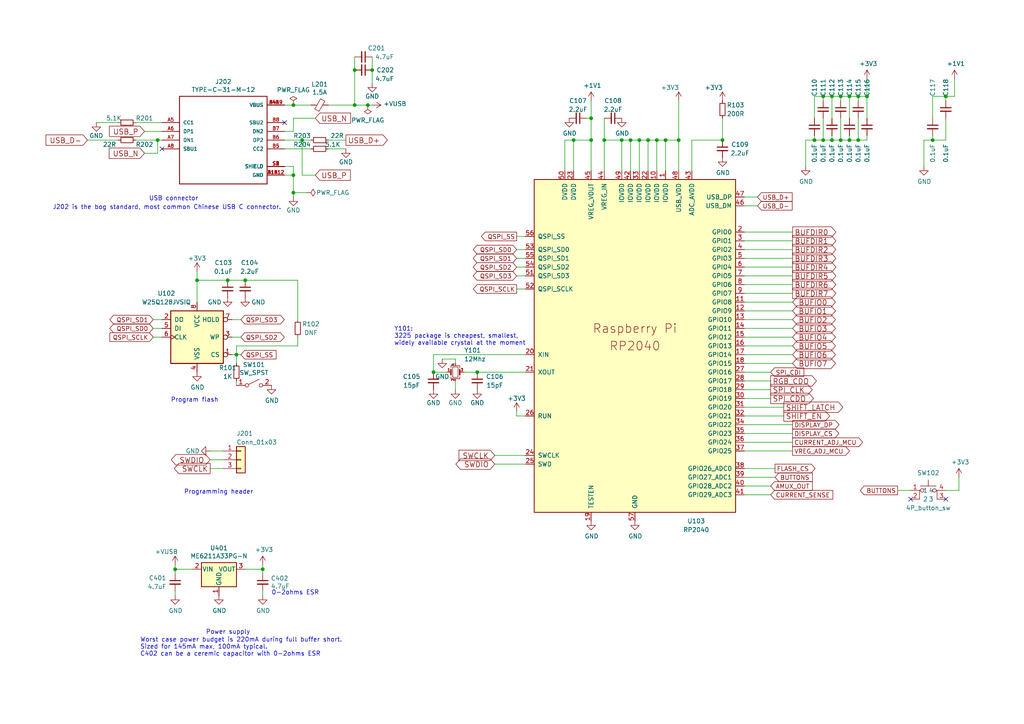
<source format=kicad_sch>
(kicad_sch (version 20230121) (generator eeschema)
  (paper "A4")
  (lib_symbols
    (symbol "BusPirate-5-rev8-rescue:+VUSB-dp-power" (power) (pin_names (offset 1.016))
      (property "Value" "+VUSB-dp-power" (at 0 5.08 0))
      (symbol "+VUSB-dp-power_0_1"
        (polyline (pts (xy 0 0) (xy 0 2.54)))
        (polyline (pts (xy 0 2.54) (xy -0.762 1.27)))
        (polyline (pts (xy 0 2.54) (xy 0.762 1.27)))
      )
      (symbol "+VUSB-dp-power_1_1"
        (pin power_in line (at 0 0 90) (length 0) hide (name "+VUSB") (number "1"))
      )
    )
    (symbol "BusPirate-5-rev8-rescue:4P_button_sw-dp-switch" (pin_names (offset 1.016))
      (property "Reference" "SW" (at 0 6.35 0))
      (property "Value" "dp-switch_4P_button_sw" (at 0 -3.81 0))
      (symbol "4P_button_sw-dp-switch_1_1"
        (circle (center -1.778 1.27) (radius 0.508))
        (polyline (pts (xy -2.286 2.54) (xy 2.286 2.54)))
        (polyline (pts (xy 0 2.54) (xy 0 4.318)))
        (polyline (pts (xy -2.54 -1.27) (xy -2.54 1.27) (xy -2.286 1.27)))
        (polyline (pts (xy 2.54 -1.27) (xy 2.54 1.27) (xy 2.286 1.27)))
        (circle (center 1.778 1.27) (radius 0.508))
        (pin passive line (at -5.08 1.27 0) (length 2.54) (name "1") (number "1"))
        (pin passive line (at -5.08 -1.27 0) (length 2.54) (name "2") (number "2"))
        (pin passive line (at 5.08 -1.27 180) (length 2.54) (name "3") (number "3"))
        (pin passive line (at 5.08 1.27 180) (length 2.54) (name "4") (number "4"))
      )
    )
    (symbol "BusPirate-5-rev8-rescue:Ferrite_Bead_Small-kicad5-device" (pin_numbers hide) (pin_names (offset 0))
      (property "Reference" "FB" (at 1.905 1.27 0))
      (property "Value" "kicad5-device_Ferrite_Bead_Small" (at 1.905 -1.27 0))
      (symbol "Ferrite_Bead_Small-kicad5-device_0_1"
        (polyline (pts (xy 0 -1.27) (xy 0 -0.7874)))
        (polyline (pts (xy 0 0.889) (xy 0 1.2954)))
        (polyline (pts (xy -1.8288 0.2794) (xy -1.1176 1.4986) (xy 1.8288 -0.2032) (xy 1.1176 -1.4224) (xy -1.8288 0.2794)))
      )
      (symbol "Ferrite_Bead_Small-kicad5-device_1_1"
        (pin passive line (at 0 2.54 270) (length 1.27) (name "~") (number "1"))
        (pin passive line (at 0 -2.54 90) (length 1.27) (name "~") (number "2"))
      )
    )
    (symbol "BusPirate-5-rev8-rescue:RP2040-RP_Silicon" (pin_names (offset 1.016))
      (property "Reference" "U" (at -29.21 49.53 0))
      (property "Value" "RP_Silicon_RP2040" (at 24.13 -49.53 0))
      (symbol "RP2040-RP_Silicon_0_0"
        (text "Raspberry Pi" (at 0 5.08 0) (effects (font (size 2.54 2.54))))
        (text "RP2040" (at 0 0 0) (effects (font (size 2.54 2.54))))
      )
      (symbol "RP2040-RP_Silicon_0_1"
        (rectangle (start 29.21 48.26) (end -29.21 -48.26) (stroke (width 0.254)) (fill (type background)))
      )
      (symbol "RP2040-RP_Silicon_1_1"
        (pin power_in line (at 8.89 50.8 270) (length 2.54) (name "IOVDD") (number "1"))
        (pin power_in line (at 6.35 50.8 270) (length 2.54) (name "IOVDD") (number "10"))
        (pin bidirectional line (at 31.75 12.7 180) (length 2.54) (name "GPIO8") (number "11"))
        (pin bidirectional line (at 31.75 10.16 180) (length 2.54) (name "GPIO9") (number "12"))
        (pin bidirectional line (at 31.75 7.62 180) (length 2.54) (name "GPIO10") (number "13"))
        (pin bidirectional line (at 31.75 5.08 180) (length 2.54) (name "GPIO11") (number "14"))
        (pin bidirectional line (at 31.75 2.54 180) (length 2.54) (name "GPIO12") (number "15"))
        (pin bidirectional line (at 31.75 0 180) (length 2.54) (name "GPIO13") (number "16"))
        (pin bidirectional line (at 31.75 -2.54 180) (length 2.54) (name "GPIO14") (number "17"))
        (pin bidirectional line (at 31.75 -5.08 180) (length 2.54) (name "GPIO15") (number "18"))
        (pin passive line (at -12.7 -50.8 90) (length 2.54) (name "TESTEN") (number "19"))
        (pin bidirectional line (at 31.75 33.02 180) (length 2.54) (name "GPIO0") (number "2"))
        (pin input line (at -31.75 -2.54 0) (length 2.54) (name "XIN") (number "20"))
        (pin passive line (at -31.75 -7.62 0) (length 2.54) (name "XOUT") (number "21"))
        (pin power_in line (at 3.81 50.8 270) (length 2.54) (name "IOVDD") (number "22"))
        (pin power_in line (at -17.78 50.8 270) (length 2.54) (name "DVDD") (number "23"))
        (pin output line (at -31.75 -31.75 0) (length 2.54) (name "SWCLK") (number "24"))
        (pin bidirectional line (at -31.75 -34.29 0) (length 2.54) (name "SWD") (number "25"))
        (pin input line (at -31.75 -20.32 0) (length 2.54) (name "RUN") (number "26"))
        (pin bidirectional line (at 31.75 -7.62 180) (length 2.54) (name "GPIO16") (number "27"))
        (pin bidirectional line (at 31.75 -10.16 180) (length 2.54) (name "GPIO17") (number "28"))
        (pin bidirectional line (at 31.75 -12.7 180) (length 2.54) (name "GPIO18") (number "29"))
        (pin bidirectional line (at 31.75 30.48 180) (length 2.54) (name "GPIO1") (number "3"))
        (pin bidirectional line (at 31.75 -15.24 180) (length 2.54) (name "GPIO19") (number "30"))
        (pin bidirectional line (at 31.75 -17.78 180) (length 2.54) (name "GPIO20") (number "31"))
        (pin bidirectional line (at 31.75 -20.32 180) (length 2.54) (name "GPIO21") (number "32"))
        (pin power_in line (at 1.27 50.8 270) (length 2.54) (name "IOVDD") (number "33"))
        (pin bidirectional line (at 31.75 -22.86 180) (length 2.54) (name "GPIO22") (number "34"))
        (pin bidirectional line (at 31.75 -25.4 180) (length 2.54) (name "GPIO23") (number "35"))
        (pin bidirectional line (at 31.75 -27.94 180) (length 2.54) (name "GPIO24") (number "36"))
        (pin bidirectional line (at 31.75 -30.48 180) (length 2.54) (name "GPIO25") (number "37"))
        (pin bidirectional line (at 31.75 -35.56 180) (length 2.54) (name "GPIO26_ADC0") (number "38"))
        (pin bidirectional line (at 31.75 -38.1 180) (length 2.54) (name "GPIO27_ADC1") (number "39"))
        (pin bidirectional line (at 31.75 27.94 180) (length 2.54) (name "GPIO2") (number "4"))
        (pin bidirectional line (at 31.75 -40.64 180) (length 2.54) (name "GPIO28_ADC2") (number "40"))
        (pin bidirectional line (at 31.75 -43.18 180) (length 2.54) (name "GPIO29_ADC3") (number "41"))
        (pin power_in line (at -1.27 50.8 270) (length 2.54) (name "IOVDD") (number "42"))
        (pin power_in line (at 16.51 50.8 270) (length 2.54) (name "ADC_AVDD") (number "43"))
        (pin power_in line (at -8.89 50.8 270) (length 2.54) (name "VREG_IN") (number "44"))
        (pin power_out line (at -12.7 50.8 270) (length 2.54) (name "VREG_VOUT") (number "45"))
        (pin bidirectional line (at 31.75 40.64 180) (length 2.54) (name "USB_DM") (number "46"))
        (pin bidirectional line (at 31.75 43.18 180) (length 2.54) (name "USB_DP") (number "47"))
        (pin power_in line (at 12.7 50.8 270) (length 2.54) (name "USB_VDD") (number "48"))
        (pin power_in line (at -3.81 50.8 270) (length 2.54) (name "IOVDD") (number "49"))
        (pin bidirectional line (at 31.75 25.4 180) (length 2.54) (name "GPIO3") (number "5"))
        (pin power_in line (at -20.32 50.8 270) (length 2.54) (name "DVDD") (number "50"))
        (pin bidirectional line (at -31.75 20.32 0) (length 2.54) (name "QSPI_SD3") (number "51"))
        (pin output line (at -31.75 16.51 0) (length 2.54) (name "QSPI_SCLK") (number "52"))
        (pin bidirectional line (at -31.75 27.94 0) (length 2.54) (name "QSPI_SD0") (number "53"))
        (pin bidirectional line (at -31.75 22.86 0) (length 2.54) (name "QSPI_SD2") (number "54"))
        (pin bidirectional line (at -31.75 25.4 0) (length 2.54) (name "QSPI_SD1") (number "55"))
        (pin bidirectional line (at -31.75 31.75 0) (length 2.54) (name "QSPI_SS") (number "56"))
        (pin power_in line (at 0 -50.8 90) (length 2.54) (name "GND") (number "57"))
        (pin bidirectional line (at 31.75 22.86 180) (length 2.54) (name "GPIO4") (number "6"))
        (pin bidirectional line (at 31.75 20.32 180) (length 2.54) (name "GPIO5") (number "7"))
        (pin bidirectional line (at 31.75 17.78 180) (length 2.54) (name "GPIO6") (number "8"))
        (pin bidirectional line (at 31.75 15.24 180) (length 2.54) (name "GPIO7") (number "9"))
      )
    )
    (symbol "BusPirate-5-rev8-rescue:TYPE-C-31-M-12-usb-c" (pin_names (offset 1.016))
      (property "Reference" "J" (at -12.7 13.462 0))
      (property "Value" "usb-c_TYPE-C-31-M-12" (at -12.7 -13.462 0))
      (symbol "TYPE-C-31-M-12-usb-c_0_0"
        (polyline (pts (xy -12.7 -12.7) (xy -12.7 12.7)) (stroke (width 0.254)))
        (polyline (pts (xy -12.7 12.7) (xy 12.7 12.7)) (stroke (width 0.254)))
        (polyline (pts (xy 12.7 -12.7) (xy -12.7 -12.7)) (stroke (width 0.254)))
        (polyline (pts (xy 12.7 12.7) (xy 12.7 -12.7)) (stroke (width 0.254)))
        (pin power_in line (at 17.78 -10.16 180) (length 5.08) (name "GND") (number "A1B12"))
        (pin power_in line (at 17.78 10.16 180) (length 5.08) (name "VBUS") (number "A4B9"))
        (pin bidirectional line (at -17.78 5.08 0) (length 5.08) (name "CC1") (number "A5"))
        (pin bidirectional line (at -17.78 2.54 0) (length 5.08) (name "DP1") (number "A6"))
        (pin bidirectional line (at -17.78 0 0) (length 5.08) (name "DN1") (number "A7"))
        (pin bidirectional line (at -17.78 -2.54 0) (length 5.08) (name "SBU1") (number "A8"))
        (pin power_in line (at 17.78 -10.16 180) (length 5.08) (name "GND") (number "B1A12"))
        (pin power_in line (at 17.78 10.16 180) (length 5.08) (name "VBUS") (number "B4A9"))
        (pin bidirectional line (at 17.78 -2.54 180) (length 5.08) (name "CC2") (number "B5"))
        (pin bidirectional line (at 17.78 0 180) (length 5.08) (name "DP2") (number "B6"))
        (pin bidirectional line (at 17.78 2.54 180) (length 5.08) (name "DN2") (number "B7"))
        (pin bidirectional line (at 17.78 5.08 180) (length 5.08) (name "SBU2") (number "B8"))
        (pin passive line (at 17.78 -7.62 180) (length 5.08) (name "SHIELD") (number "S1"))
        (pin passive line (at 17.78 -7.62 180) (length 5.08) (name "SHIELD") (number "S2"))
        (pin passive line (at 17.78 -7.62 180) (length 5.08) (name "SHIELD") (number "S3"))
        (pin passive line (at 17.78 -7.62 180) (length 5.08) (name "SHIELD") (number "S4"))
      )
    )
    (symbol "BusPirate-5-rev8-rescue:xm25qh128a-dp-memory" (pin_names (offset 1.016))
      (property "Reference" "U" (at 7.62 16.51 0))
      (property "Value" "dp-memory_xm25qh128a" (at 7.62 13.97 0))
      (symbol "xm25qh128a-dp-memory_1_1"
        (rectangle (start -7.62 12.7) (end 7.62 -2.54) (stroke (width 0.3048)) (fill (type background)))
        (pin input inverted (at 10.16 0 180) (length 2.54) (name "CS") (number "1"))
        (pin output line (at -10.16 10.16 0) (length 2.54) (name "DO") (number "2"))
        (pin input inverted (at 10.16 5.08 180) (length 2.54) (name "WP") (number "3"))
        (pin power_in line (at 0 -5.08 90) (length 2.54) (name "VSS") (number "4"))
        (pin input line (at -10.16 7.62 0) (length 2.54) (name "DI") (number "5"))
        (pin input clock (at -10.16 5.08 0) (length 2.54) (name "CLK") (number "6"))
        (pin input inverted (at 10.16 10.16 180) (length 2.54) (name "HOLD") (number "7"))
        (pin power_in line (at 0 15.24 270) (length 2.54) (name "VCC") (number "8"))
      )
    )
    (symbol "Connector_Generic:Conn_01x03" (pin_names (offset 1.016) hide)
      (property "Reference" "J" (at 0 5.08 0))
      (property "Value" "Conn_01x03" (at 0 -5.08 0))
      (symbol "Conn_01x03_1_1"
        (rectangle (start -1.27 -2.413) (end 0 -2.667) (stroke (width 0.1524)))
        (rectangle (start -1.27 0.127) (end 0 -0.127) (stroke (width 0.1524)))
        (rectangle (start -1.27 2.667) (end 0 2.413) (stroke (width 0.1524)))
        (rectangle (start -1.27 3.81) (end 1.27 -3.81) (stroke (width 0.254)) (fill (type background)))
        (pin passive line (at -5.08 2.54 0) (length 3.81) (name "Pin_1") (number "1"))
        (pin passive line (at -5.08 0 0) (length 3.81) (name "Pin_2") (number "2"))
        (pin passive line (at -5.08 -2.54 0) (length 3.81) (name "Pin_3") (number "3"))
      )
    )
    (symbol "Device:C_Small" (pin_numbers hide) (pin_names (offset 0.254) hide)
      (property "Reference" "C" (at 0.254 1.778 0))
      (property "Value" "C_Small" (at 0.254 -2.032 0))
      (symbol "C_Small_0_1"
        (polyline (pts (xy -1.524 -0.508) (xy 1.524 -0.508)) (stroke (width 0.3302)))
        (polyline (pts (xy -1.524 0.508) (xy 1.524 0.508)) (stroke (width 0.3048)))
      )
      (symbol "C_Small_1_1"
        (pin passive line (at 0 2.54 270) (length 2.032) (name "~") (number "1"))
        (pin passive line (at 0 -2.54 90) (length 2.032) (name "~") (number "2"))
      )
    )
    (symbol "Device:Crystal_GND24_Small" (pin_names (offset 1.016) hide)
      (property "Reference" "Y" (at 1.27 4.445 0))
      (property "Value" "Crystal_GND24_Small" (at 1.27 2.54 0))
      (symbol "Crystal_GND24_Small_0_1"
        (rectangle (start -0.762 -1.524) (end 0.762 1.524))
        (polyline (pts (xy -1.27 -0.762) (xy -1.27 0.762)) (stroke (width 0.381)))
        (polyline (pts (xy 1.27 -0.762) (xy 1.27 0.762)) (stroke (width 0.381)))
        (polyline (pts (xy -1.27 -1.27) (xy -1.27 -1.905) (xy 1.27 -1.905) (xy 1.27 -1.27)))
        (polyline (pts (xy -1.27 1.27) (xy -1.27 1.905) (xy 1.27 1.905) (xy 1.27 1.27)))
      )
      (symbol "Crystal_GND24_Small_1_1"
        (pin passive line (at -2.54 0 0) (length 1.27) (name "1") (number "1"))
        (pin passive line (at 0 -2.54 90) (length 0.635) (name "2") (number "2"))
        (pin passive line (at 2.54 0 180) (length 1.27) (name "3") (number "3"))
        (pin passive line (at 0 2.54 270) (length 0.635) (name "4") (number "4"))
      )
    )
    (symbol "Device:R_Small" (pin_numbers hide) (pin_names (offset 0.254) hide)
      (property "Reference" "R" (at 0.762 0.508 0))
      (property "Value" "R_Small" (at 0.762 -1.016 0))
      (symbol "R_Small_0_1"
        (rectangle (start -0.762 1.778) (end 0.762 -1.778) (stroke (width 0.2032)))
      )
      (symbol "R_Small_1_1"
        (pin passive line (at 0 2.54 270) (length 0.762) (name "~") (number "1"))
        (pin passive line (at 0 -2.54 90) (length 0.762) (name "~") (number "2"))
      )
    )
    (symbol "Regulator_Linear:AP2204RA-3.3" (pin_names (offset 0.254))
      (property "Reference" "U" (at -5.08 3.175 0))
      (property "Value" "AP2204RA-3.3" (at 0 3.175 0))
      (symbol "AP2204RA-3.3_0_1"
        (rectangle (start -5.08 1.905) (end 5.08 -5.08) (stroke (width 0.254)) (fill (type background)))
      )
      (symbol "AP2204RA-3.3_1_1"
        (pin power_in line (at 0 -7.62 90) (length 2.54) (name "GND") (number "1"))
        (pin power_in line (at -7.62 0 0) (length 2.54) (name "VIN") (number "2"))
        (pin power_out line (at 7.62 0 180) (length 2.54) (name "VOUT") (number "3"))
      )
    )
    (symbol "Switch:SW_SPST" (pin_names (offset 0) hide)
      (property "Reference" "SW" (at 0 3.175 0))
      (property "Value" "SW_SPST" (at 0 -2.54 0))
      (symbol "SW_SPST_0_0"
        (circle (center -2.032 0) (radius 0.508))
        (polyline (pts (xy -1.524 0.254) (xy 1.524 1.778)))
        (circle (center 2.032 0) (radius 0.508))
      )
      (symbol "SW_SPST_1_1"
        (pin passive line (at -5.08 0 0) (length 2.54) (name "A") (number "1"))
        (pin passive line (at 5.08 0 180) (length 2.54) (name "B") (number "2"))
      )
    )
    (symbol "power:+1V1" (power) (pin_names (offset 0))
      (property "Value" "+1V1" (at 0 3.556 0))
      (symbol "+1V1_0_1"
        (polyline (pts (xy -0.762 1.27) (xy 0 2.54)))
        (polyline (pts (xy 0 0) (xy 0 2.54)))
        (polyline (pts (xy 0 2.54) (xy 0.762 1.27)))
      )
      (symbol "+1V1_1_1"
        (pin power_in line (at 0 0 90) (length 0) hide (name "+1V1") (number "1"))
      )
    )
    (symbol "power:+3V3" (power) (pin_names (offset 0))
      (property "Value" "+3V3" (at 0 3.556 0))
      (symbol "+3V3_0_1"
        (polyline (pts (xy -0.762 1.27) (xy 0 2.54)))
        (polyline (pts (xy 0 0) (xy 0 2.54)))
        (polyline (pts (xy 0 2.54) (xy 0.762 1.27)))
      )
      (symbol "+3V3_1_1"
        (pin power_in line (at 0 0 90) (length 0) hide (name "+3V3") (number "1"))
      )
    )
    (symbol "power:GND" (power) (pin_names (offset 0))
      (property "Value" "GND" (at 0 -3.81 0))
      (symbol "GND_0_1"
        (polyline (pts (xy 0 0) (xy 0 -1.27) (xy 1.27 -1.27) (xy 0 -2.54) (xy -1.27 -1.27) (xy 0 -1.27)))
      )
      (symbol "GND_1_1"
        (pin power_in line (at 0 0 270) (length 0) hide (name "GND") (number "1"))
      )
    )
    (symbol "power:PWR_FLAG" (power) (pin_numbers hide) (pin_names (offset 0) hide)
      (property "Value" "PWR_FLAG" (at 0 3.81 0))
      (symbol "PWR_FLAG_0_0"
        (pin power_out line (at 0 0 90) (length 0) (name "pwr") (number "1"))
      )
      (symbol "PWR_FLAG_0_1"
        (polyline (pts (xy 0 0) (xy 0 1.27) (xy -1.016 1.905) (xy 0 2.54) (xy 1.016 1.905) (xy 0 1.27)))
      )
    )
  )
  (junction (at 251.46 27.94))
  (junction (at 106.68 30.48))
  (junction (at 270.51 40.64))
  (junction (at 193.04 40.64))
  (junction (at 45.72 40.64))
  (junction (at 243.84 27.94))
  (junction (at 180.34 40.64))
  (junction (at 85.09 50.8))
  (junction (at 138.43 107.95))
  (junction (at 171.45 34.29))
  (junction (at 209.55 40.64))
  (junction (at 50.8 165.1))
  (junction (at 246.38 27.94))
  (junction (at 175.26 40.64))
  (junction (at 238.76 27.94))
  (junction (at 236.22 40.64))
  (junction (at 171.45 40.64))
  (junction (at 66.04 81.28))
  (junction (at 57.15 81.28))
  (junction (at 241.3 40.64))
  (junction (at 187.96 40.64))
  (junction (at 248.92 27.94))
  (junction (at 238.76 40.64))
  (junction (at 76.2 165.1))
  (junction (at 243.84 40.64))
  (junction (at 125.73 107.95))
  (junction (at 182.88 40.64))
  (junction (at 87.63 40.64))
  (junction (at 241.3 27.94))
  (junction (at 274.32 27.94))
  (junction (at 85.09 55.88))
  (junction (at 248.92 40.64))
  (junction (at 102.87 20.32))
  (junction (at 71.12 81.28))
  (junction (at 102.87 30.48))
  (junction (at 246.38 40.64))
  (junction (at 196.85 40.64))
  (junction (at 68.58 102.87))
  (junction (at 85.09 30.48))
  (junction (at 166.37 40.64))
  (junction (at 185.42 40.64))
  (junction (at 107.95 20.32))
  (junction (at 190.5 40.64))
  (no_connect (at 82.55 35.56))
  (no_connect (at 274.32 144.78))
  (no_connect (at 264.16 144.78))
  (no_connect (at 46.99 43.18))
  (wire (pts (xy 229.87 102.87) (xy 215.9 102.87)))
  (wire (pts (xy 238.76 27.94) (xy 236.22 27.94)))
  (wire (pts (xy 246.38 34.29) (xy 246.38 27.94)))
  (wire (pts (xy 270.51 27.94) (xy 274.32 27.94)))
  (wire (pts (xy 241.3 27.94) (xy 238.76 27.94)))
  (wire (pts (xy 274.32 142.24) (xy 278.13 142.24)))
  (wire (pts (xy 68.58 102.87) (xy 67.31 102.87)))
  (wire (pts (xy 71.12 81.28) (xy 66.04 81.28)))
  (wire (pts (xy 85.09 50.8) (xy 85.09 55.88)))
  (wire (pts (xy 68.58 105.41) (xy 68.58 102.87)))
  (wire (pts (xy 152.4 77.47) (xy 149.86 77.47)))
  (wire (pts (xy 175.26 40.64) (xy 175.26 49.53)))
  (wire (pts (xy 82.55 43.18) (xy 90.17 43.18)))
  (wire (pts (xy 102.87 30.48) (xy 106.68 30.48)))
  (wire (pts (xy 236.22 39.37) (xy 236.22 40.64)))
  (wire (pts (xy 215.9 85.09) (xy 229.87 85.09)))
  (wire (pts (xy 50.8 171.45) (xy 50.8 172.72)))
  (wire (pts (xy 87.63 50.8) (xy 91.44 50.8)))
  (wire (pts (xy 86.36 92.71) (xy 86.36 81.28)))
  (wire (pts (xy 91.44 34.29) (xy 85.09 34.29)))
  (wire (pts (xy 129.54 107.95) (xy 125.73 107.95)))
  (wire (pts (xy 152.4 83.82) (xy 149.86 83.82)))
  (wire (pts (xy 95.25 40.64) (xy 100.33 40.64)))
  (wire (pts (xy 229.87 72.39) (xy 215.9 72.39)))
  (wire (pts (xy 180.34 40.64) (xy 175.26 40.64)))
  (wire (pts (xy 248.92 27.94) (xy 251.46 27.94)))
  (wire (pts (xy 224.79 138.43) (xy 215.9 138.43)))
  (wire (pts (xy 149.86 120.65) (xy 149.86 119.38)))
  (wire (pts (xy 182.88 40.64) (xy 185.42 40.64)))
  (wire (pts (xy 267.97 40.64) (xy 267.97 48.26)))
  (wire (pts (xy 95.25 43.18) (xy 100.33 43.18)))
  (wire (pts (xy 236.22 34.29) (xy 236.22 27.94)))
  (wire (pts (xy 60.96 130.81) (xy 64.77 130.81)))
  (wire (pts (xy 76.2 171.45) (xy 76.2 172.72)))
  (wire (pts (xy 170.18 34.29) (xy 171.45 34.29)))
  (wire (pts (xy 95.25 30.48) (xy 102.87 30.48)))
  (wire (pts (xy 243.84 40.64) (xy 241.3 40.64)))
  (wire (pts (xy 171.45 40.64) (xy 171.45 34.29)))
  (wire (pts (xy 276.86 22.86) (xy 276.86 27.94)))
  (wire (pts (xy 88.9 55.88) (xy 85.09 55.88)))
  (wire (pts (xy 215.9 118.11) (xy 227.33 118.11)))
  (wire (pts (xy 246.38 39.37) (xy 246.38 40.64)))
  (wire (pts (xy 196.85 40.64) (xy 196.85 29.21)))
  (wire (pts (xy 85.09 55.88) (xy 85.09 57.15)))
  (wire (pts (xy 102.87 20.32) (xy 102.87 30.48)))
  (wire (pts (xy 82.55 40.64) (xy 87.63 40.64)))
  (wire (pts (xy 248.92 40.64) (xy 246.38 40.64)))
  (wire (pts (xy 278.13 138.43) (xy 278.13 142.24)))
  (wire (pts (xy 182.88 49.53) (xy 182.88 40.64)))
  (wire (pts (xy 276.86 27.94) (xy 274.32 27.94)))
  (wire (pts (xy 85.09 34.29) (xy 85.09 38.1)))
  (wire (pts (xy 200.66 40.64) (xy 209.55 40.64)))
  (wire (pts (xy 229.87 92.71) (xy 215.9 92.71)))
  (wire (pts (xy 34.29 40.64) (xy 25.4 40.64)))
  (wire (pts (xy 41.91 44.45) (xy 45.72 44.45)))
  (wire (pts (xy 270.51 34.29) (xy 270.51 27.94)))
  (wire (pts (xy 46.99 38.1) (xy 41.91 38.1)))
  (wire (pts (xy 190.5 40.64) (xy 193.04 40.64)))
  (wire (pts (xy 243.84 29.21) (xy 243.84 27.94)))
  (wire (pts (xy 171.45 40.64) (xy 166.37 40.64)))
  (wire (pts (xy 185.42 40.64) (xy 187.96 40.64)))
  (wire (pts (xy 180.34 40.64) (xy 182.88 40.64)))
  (wire (pts (xy 223.52 140.97) (xy 215.9 140.97)))
  (wire (pts (xy 90.17 40.64) (xy 87.63 40.64)))
  (wire (pts (xy 193.04 40.64) (xy 196.85 40.64)))
  (wire (pts (xy 233.68 40.64) (xy 233.68 48.26)))
  (wire (pts (xy 46.99 40.64) (xy 45.72 40.64)))
  (wire (pts (xy 152.4 68.58) (xy 149.86 68.58)))
  (wire (pts (xy 243.84 27.94) (xy 241.3 27.94)))
  (wire (pts (xy 267.97 40.64) (xy 270.51 40.64)))
  (wire (pts (xy 246.38 27.94) (xy 243.84 27.94)))
  (wire (pts (xy 86.36 81.28) (xy 71.12 81.28)))
  (wire (pts (xy 152.4 120.65) (xy 149.86 120.65)))
  (wire (pts (xy 270.51 40.64) (xy 274.32 40.64)))
  (wire (pts (xy 45.72 40.64) (xy 39.37 40.64)))
  (wire (pts (xy 215.9 69.85) (xy 229.87 69.85)))
  (wire (pts (xy 57.15 81.28) (xy 57.15 78.74)))
  (wire (pts (xy 171.45 34.29) (xy 171.45 29.21)))
  (wire (pts (xy 76.2 165.1) (xy 76.2 166.37)))
  (wire (pts (xy 223.52 115.57) (xy 215.9 115.57)))
  (wire (pts (xy 190.5 49.53) (xy 190.5 40.64)))
  (wire (pts (xy 229.87 128.27) (xy 215.9 128.27)))
  (wire (pts (xy 85.09 48.26) (xy 85.09 50.8)))
  (wire (pts (xy 200.66 40.64) (xy 200.66 49.53)))
  (wire (pts (xy 68.58 111.76) (xy 68.58 110.49)))
  (wire (pts (xy 209.55 34.29) (xy 209.55 40.64)))
  (wire (pts (xy 236.22 40.64) (xy 233.68 40.64)))
  (wire (pts (xy 248.92 27.94) (xy 246.38 27.94)))
  (wire (pts (xy 243.84 34.29) (xy 243.84 40.64)))
  (wire (pts (xy 166.37 40.64) (xy 163.83 40.64)))
  (wire (pts (xy 274.32 34.29) (xy 274.32 40.64)))
  (wire (pts (xy 82.55 50.8) (xy 85.09 50.8)))
  (wire (pts (xy 248.92 29.21) (xy 248.92 27.94)))
  (wire (pts (xy 219.71 57.15) (xy 215.9 57.15)))
  (wire (pts (xy 215.9 74.93) (xy 229.87 74.93)))
  (wire (pts (xy 76.2 163.83) (xy 76.2 165.1)))
  (wire (pts (xy 46.99 35.56) (xy 39.37 35.56)))
  (wire (pts (xy 87.63 40.64) (xy 87.63 50.8)))
  (wire (pts (xy 102.87 16.51) (xy 102.87 20.32)))
  (wire (pts (xy 82.55 30.48) (xy 85.09 30.48)))
  (wire (pts (xy 229.87 123.19) (xy 215.9 123.19)))
  (wire (pts (xy 50.8 163.83) (xy 50.8 165.1)))
  (wire (pts (xy 246.38 40.64) (xy 243.84 40.64)))
  (wire (pts (xy 69.85 92.71) (xy 67.31 92.71)))
  (wire (pts (xy 229.87 67.31) (xy 215.9 67.31)))
  (wire (pts (xy 55.88 165.1) (xy 50.8 165.1)))
  (wire (pts (xy 219.71 59.69) (xy 215.9 59.69)))
  (wire (pts (xy 223.52 107.95) (xy 215.9 107.95)))
  (wire (pts (xy 163.83 40.64) (xy 163.83 49.53)))
  (wire (pts (xy 57.15 87.63) (xy 57.15 81.28)))
  (wire (pts (xy 143.51 134.62) (xy 152.4 134.62)))
  (wire (pts (xy 85.09 38.1) (xy 82.55 38.1)))
  (wire (pts (xy 185.42 49.53) (xy 185.42 40.64)))
  (wire (pts (xy 68.58 100.33) (xy 86.36 100.33)))
  (wire (pts (xy 251.46 39.37) (xy 251.46 40.64)))
  (wire (pts (xy 241.3 39.37) (xy 241.3 40.64)))
  (wire (pts (xy 50.8 166.37) (xy 50.8 165.1)))
  (wire (pts (xy 215.9 105.41) (xy 229.87 105.41)))
  (wire (pts (xy 152.4 107.95) (xy 138.43 107.95)))
  (wire (pts (xy 71.12 165.1) (xy 76.2 165.1)))
  (wire (pts (xy 60.96 135.89) (xy 64.77 135.89)))
  (wire (pts (xy 82.55 48.26) (xy 85.09 48.26)))
  (wire (pts (xy 251.46 34.29) (xy 251.46 27.94)))
  (wire (pts (xy 187.96 40.64) (xy 190.5 40.64)))
  (wire (pts (xy 229.87 82.55) (xy 215.9 82.55)))
  (wire (pts (xy 215.9 143.51) (xy 223.52 143.51)))
  (wire (pts (xy 215.9 135.89) (xy 224.79 135.89)))
  (wire (pts (xy 128.27 104.14) (xy 132.08 104.14)))
  (wire (pts (xy 187.96 49.53) (xy 187.96 40.64)))
  (wire (pts (xy 107.95 20.32) (xy 107.95 24.13)))
  (wire (pts (xy 66.04 81.28) (xy 57.15 81.28)))
  (wire (pts (xy 152.4 102.87) (xy 125.73 102.87)))
  (wire (pts (xy 166.37 40.64) (xy 166.37 49.53)))
  (wire (pts (xy 215.9 90.17) (xy 229.87 90.17)))
  (wire (pts (xy 227.33 120.65) (xy 215.9 120.65)))
  (wire (pts (xy 193.04 49.53) (xy 193.04 40.64)))
  (wire (pts (xy 152.4 132.08) (xy 143.51 132.08)))
  (wire (pts (xy 215.9 80.01) (xy 229.87 80.01)))
  (wire (pts (xy 171.45 49.53) (xy 171.45 40.64)))
  (wire (pts (xy 46.99 92.71) (xy 44.45 92.71)))
  (wire (pts (xy 215.9 100.33) (xy 229.87 100.33)))
  (wire (pts (xy 238.76 29.21) (xy 238.76 27.94)))
  (wire (pts (xy 229.87 77.47) (xy 215.9 77.47)))
  (wire (pts (xy 69.85 102.87) (xy 68.58 102.87)))
  (wire (pts (xy 241.3 34.29) (xy 241.3 27.94)))
  (wire (pts (xy 229.87 97.79) (xy 215.9 97.79)))
  (wire (pts (xy 274.32 27.94) (xy 274.32 29.21)))
  (wire (pts (xy 229.87 130.81) (xy 215.9 130.81)))
  (wire (pts (xy 241.3 40.64) (xy 238.76 40.64)))
  (wire (pts (xy 238.76 40.64) (xy 236.22 40.64)))
  (wire (pts (xy 125.73 102.87) (xy 125.73 107.95)))
  (wire (pts (xy 229.87 87.63) (xy 215.9 87.63)))
  (wire (pts (xy 251.46 40.64) (xy 248.92 40.64)))
  (wire (pts (xy 215.9 110.49) (xy 223.52 110.49)))
  (wire (pts (xy 196.85 49.53) (xy 196.85 40.64)))
  (wire (pts (xy 107.95 16.51) (xy 107.95 20.32)))
  (wire (pts (xy 46.99 97.79) (xy 44.45 97.79)))
  (wire (pts (xy 46.99 95.25) (xy 44.45 95.25)))
  (wire (pts (xy 270.51 39.37) (xy 270.51 40.64)))
  (wire (pts (xy 34.29 35.56) (xy 27.94 35.56)))
  (wire (pts (xy 132.08 104.14) (xy 132.08 105.41)))
  (wire (pts (xy 215.9 95.25) (xy 229.87 95.25)))
  (wire (pts (xy 175.26 34.29) (xy 175.26 40.64)))
  (wire (pts (xy 132.08 110.49) (xy 132.08 113.03)))
  (wire (pts (xy 180.34 49.53) (xy 180.34 40.64)))
  (wire (pts (xy 45.72 44.45) (xy 45.72 40.64)))
  (wire (pts (xy 106.68 30.48) (xy 107.95 30.48)))
  (wire (pts (xy 134.62 107.95) (xy 138.43 107.95)))
  (wire (pts (xy 260.35 142.24) (xy 264.16 142.24)))
  (wire (pts (xy 69.85 97.79) (xy 67.31 97.79)))
  (wire (pts (xy 60.96 133.35) (xy 64.77 133.35)))
  (wire (pts (xy 215.9 125.73) (xy 229.87 125.73)))
  (wire (pts (xy 223.52 113.03) (xy 215.9 113.03)))
  (wire (pts (xy 248.92 34.29) (xy 248.92 40.64)))
  (wire (pts (xy 152.4 80.01) (xy 149.86 80.01)))
  (wire (pts (xy 152.4 72.39) (xy 149.86 72.39)))
  (wire (pts (xy 152.4 74.93) (xy 149.86 74.93)))
  (wire (pts (xy 238.76 34.29) (xy 238.76 40.64)))
  (wire (pts (xy 68.58 102.87) (xy 68.58 100.33)))
  (wire (pts (xy 86.36 100.33) (xy 86.36 97.79)))
  (wire (pts (xy 85.09 30.48) (xy 90.17 30.48)))
  (wire (pts (xy 251.46 27.94) (xy 251.46 22.86)))
  (text "Y101:\n3225 package is cheapest, smallest, \nwidely available crystal at the moment" (at 114.3 100.33 0) (effects (font (size 1.27 1.27)) (justify left bottom)))
  (text "Power supply" (at 59.69 184.15 0) (effects (font (size 1.27 1.27)) (justify left bottom)))
  (text "0-2ohms ESR\n" (at 78.74 172.72 0) (effects (font (size 1.27 1.27)) (justify left bottom)))
  (text "J202 is the bog standard, most common Chinese USB C connector." (at 15.24 60.96 0) (effects (font (size 1.27 1.27)) (justify left bottom)))
  (text "USB connector" (at 43.18 58.42 0) (effects (font (size 1.27 1.27)) (justify left bottom)))
  (text "Worst case power budget is 220mA during full buffer short.\nSized for 145mA max, 100mA typical.\nC402 can be a ceremic capacitor with 0-2ohms ESR" (at 40.64 190.5 0) (effects (font (size 1.27 1.27)) (justify left bottom)))
  (text "Program flash" (at 49.53 116.84 0) (effects (font (size 1.27 1.27)) (justify left bottom)))
  (text "Programming header" (at 53.34 143.51 0) (effects (font (size 1.27 1.27)) (justify left bottom)))
  (global_label "BUFIO3" (shape bidirectional) (at 229.87 95.25 0) (effects (font (size 1.524 1.524))) (property "Intersheetrefs" "${INTERSHEET_REFS}" (effects hide)))
  (global_label "QSPI_SD3" (shape bidirectional) (at 69.85 92.71 0) (property "Intersheetrefs" "${INTERSHEET_REFS}" (effects hide)))
  (global_label "BUFIO7" (shape bidirectional) (at 229.87 105.41 0) (effects (font (size 1.524 1.524))) (property "Intersheetrefs" "${INTERSHEET_REFS}" (effects hide)))
  (global_label "BUFDIR5" (shape output) (at 229.87 80.01 0) (effects (font (size 1.524 1.524))) (property "Intersheetrefs" "${INTERSHEET_REFS}" (effects hide)))
  (global_label "SHIFT_EN" (shape output) (at 227.33 120.65 0) (effects (font (size 1.524 1.524))) (property "Intersheetrefs" "${INTERSHEET_REFS}" (effects hide)))
  (global_label "BUTTONS" (shape input) (at 224.79 138.43 0) (property "Intersheetrefs" "${INTERSHEET_REFS}" (effects hide)))
  (global_label "QSPI_SD0" (shape bidirectional) (at 149.86 72.39 180) (property "Intersheetrefs" "${INTERSHEET_REFS}" (effects hide)))
  (global_label "SHIFT_LATCH" (shape output) (at 227.33 118.11 0) (effects (font (size 1.524 1.524))) (property "Intersheetrefs" "${INTERSHEET_REFS}" (effects hide)))
  (global_label "SWCLK" (shape input) (at 143.51 132.08 180) (effects (font (size 1.524 1.524))) (property "Intersheetrefs" "${INTERSHEET_REFS}" (effects hide)))
  (global_label "CURRENT_ADJ_MCU" (shape output) (at 229.87 128.27 0) (property "Intersheetrefs" "${INTERSHEET_REFS}" (effects hide)))
  (global_label "BUFDIR7" (shape output) (at 229.87 85.09 0) (effects (font (size 1.524 1.524))) (property "Intersheetrefs" "${INTERSHEET_REFS}" (effects hide)))
  (global_label "DISPLAY_DP" (shape output) (at 229.87 123.19 0) (property "Intersheetrefs" "${INTERSHEET_REFS}" (effects hide)))
  (global_label "AMUX_OUT" (shape input) (at 223.52 140.97 0) (property "Intersheetrefs" "${INTERSHEET_REFS}" (effects hide)))
  (global_label "USB_P" (shape input) (at 91.44 50.8 0) (effects (font (size 1.524 1.524))) (property "Intersheetrefs" "${INTERSHEET_REFS}" (effects hide)))
  (global_label "BUFIO1" (shape bidirectional) (at 229.87 90.17 0) (effects (font (size 1.524 1.524))) (property "Intersheetrefs" "${INTERSHEET_REFS}" (effects hide)))
  (global_label "BUFIO5" (shape bidirectional) (at 229.87 100.33 0) (effects (font (size 1.524 1.524))) (property "Intersheetrefs" "${INTERSHEET_REFS}" (effects hide)))
  (global_label "USB_D-" (shape input) (at 25.4 40.64 180) (effects (font (size 1.524 1.524))) (property "Intersheetrefs" "${INTERSHEET_REFS}" (effects hide)))
  (global_label "QSPI_SD1" (shape bidirectional) (at 44.45 92.71 180) (property "Intersheetrefs" "${INTERSHEET_REFS}" (effects hide)))
  (global_label "SPI_CDI" (shape input) (at 223.52 107.95 0) (property "Intersheetrefs" "${INTERSHEET_REFS}" (effects hide)))
  (global_label "USB_P" (shape input) (at 41.91 38.1 180) (effects (font (size 1.524 1.524))) (property "Intersheetrefs" "${INTERSHEET_REFS}" (effects hide)))
  (global_label "DISPLAY_CS" (shape output) (at 229.87 125.73 0) (property "Intersheetrefs" "${INTERSHEET_REFS}" (effects hide)))
  (global_label "BUFDIR6" (shape output) (at 229.87 82.55 0) (effects (font (size 1.524 1.524))) (property "Intersheetrefs" "${INTERSHEET_REFS}" (effects hide)))
  (global_label "BUFDIR0" (shape output) (at 229.87 67.31 0) (effects (font (size 1.524 1.524))) (property "Intersheetrefs" "${INTERSHEET_REFS}" (effects hide)))
  (global_label "SWDIO" (shape bidirectional) (at 143.51 134.62 180) (effects (font (size 1.524 1.524))) (property "Intersheetrefs" "${INTERSHEET_REFS}" (effects hide)))
  (global_label "CURRENT_SENSE" (shape input) (at 223.52 143.51 0) (property "Intersheetrefs" "${INTERSHEET_REFS}" (effects hide)))
  (global_label "BUFIO4" (shape bidirectional) (at 229.87 97.79 0) (effects (font (size 1.524 1.524))) (property "Intersheetrefs" "${INTERSHEET_REFS}" (effects hide)))
  (global_label "QSPI_SS" (shape input) (at 69.85 102.87 0) (property "Intersheetrefs" "${INTERSHEET_REFS}" (effects hide)))
  (global_label "BUFIO0" (shape bidirectional) (at 229.87 87.63 0) (effects (font (size 1.524 1.524))) (property "Intersheetrefs" "${INTERSHEET_REFS}" (effects hide)))
  (global_label "SPI_CLK" (shape output) (at 223.52 113.03 0) (effects (font (size 1.524 1.524))) (property "Intersheetrefs" "${INTERSHEET_REFS}" (effects hide)))
  (global_label "BUTTONS" (shape output) (at 260.35 142.24 180) (property "Intersheetrefs" "${INTERSHEET_REFS}" (effects hide)))
  (global_label "QSPI_SS" (shape output) (at 149.86 68.58 180) (property "Intersheetrefs" "${INTERSHEET_REFS}" (effects hide)))
  (global_label "QSPI_SD1" (shape bidirectional) (at 149.86 74.93 180) (property "Intersheetrefs" "${INTERSHEET_REFS}" (effects hide)))
  (global_label "FLASH_CS" (shape output) (at 224.79 135.89 0) (property "Intersheetrefs" "${INTERSHEET_REFS}" (effects hide)))
  (global_label "SWDIO" (shape bidirectional) (at 60.96 133.35 180) (effects (font (size 1.524 1.524))) (property "Intersheetrefs" "${INTERSHEET_REFS}" (effects hide)))
  (global_label "BUFDIR4" (shape output) (at 229.87 77.47 0) (effects (font (size 1.524 1.524))) (property "Intersheetrefs" "${INTERSHEET_REFS}" (effects hide)))
  (global_label "QSPI_SD2" (shape bidirectional) (at 149.86 77.47 180) (property "Intersheetrefs" "${INTERSHEET_REFS}" (effects hide)))
  (global_label "BUFDIR3" (shape output) (at 229.87 74.93 0) (effects (font (size 1.524 1.524))) (property "Intersheetrefs" "${INTERSHEET_REFS}" (effects hide)))
  (global_label "BUFDIR1" (shape output) (at 229.87 69.85 0) (effects (font (size 1.524 1.524))) (property "Intersheetrefs" "${INTERSHEET_REFS}" (effects hide)))
  (global_label "RGB_CDO" (shape output) (at 223.52 110.49 0) (effects (font (size 1.524 1.524))) (property "Intersheetrefs" "${INTERSHEET_REFS}" (effects hide)))
  (global_label "SWCLK" (shape output) (at 60.96 135.89 180) (effects (font (size 1.524 1.524))) (property "Intersheetrefs" "${INTERSHEET_REFS}" (effects hide)))
  (global_label "BUFIO2" (shape bidirectional) (at 229.87 92.71 0) (effects (font (size 1.524 1.524))) (property "Intersheetrefs" "${INTERSHEET_REFS}" (effects hide)))
  (global_label "USB_N" (shape input) (at 41.91 44.45 180) (effects (font (size 1.524 1.524))) (property "Intersheetrefs" "${INTERSHEET_REFS}" (effects hide)))
  (global_label "VREG_ADJ_MCU" (shape output) (at 229.87 130.81 0) (property "Intersheetrefs" "${INTERSHEET_REFS}" (effects hide)))
  (global_label "QSPI_SD0" (shape bidirectional) (at 44.45 95.25 180) (property "Intersheetrefs" "${INTERSHEET_REFS}" (effects hide)))
  (global_label "SPI_CDO" (shape output) (at 223.52 115.57 0) (effects (font (size 1.524 1.524))) (property "Intersheetrefs" "${INTERSHEET_REFS}" (effects hide)))
  (global_label "USB_N" (shape input) (at 91.44 34.29 0) (effects (font (size 1.524 1.524))) (property "Intersheetrefs" "${INTERSHEET_REFS}" (effects hide)))
  (global_label "USB_D+" (shape input) (at 219.71 57.15 0) (property "Intersheetrefs" "${INTERSHEET_REFS}" (effects hide)))
  (global_label "USB_D+" (shape output) (at 100.33 40.64 0) (effects (font (size 1.524 1.524))) (property "Intersheetrefs" "${INTERSHEET_REFS}" (effects hide)))
  (global_label "QSPI_SCLK" (shape output) (at 149.86 83.82 180) (property "Intersheetrefs" "${INTERSHEET_REFS}" (effects hide)))
  (global_label "BUFIO6" (shape bidirectional) (at 229.87 102.87 0) (effects (font (size 1.524 1.524))) (property "Intersheetrefs" "${INTERSHEET_REFS}" (effects hide)))
  (global_label "QSPI_SD3" (shape bidirectional) (at 149.86 80.01 180) (property "Intersheetrefs" "${INTERSHEET_REFS}" (effects hide)))
  (global_label "QSPI_SD2" (shape bidirectional) (at 69.85 97.79 0) (property "Intersheetrefs" "${INTERSHEET_REFS}" (effects hide)))
  (global_label "BUFDIR2" (shape output) (at 229.87 72.39 0) (effects (font (size 1.524 1.524))) (property "Intersheetrefs" "${INTERSHEET_REFS}" (effects hide)))
  (global_label "QSPI_SCLK" (shape input) (at 44.45 97.79 180) (property "Intersheetrefs" "${INTERSHEET_REFS}" (effects hide)))
  (global_label "USB_D-" (shape input) (at 219.71 59.69 0) (property "Intersheetrefs" "${INTERSHEET_REFS}" (effects hide)))
  (symbol (lib_id "Device:C_Small") (at 50.8 168.91 0) (unit 1)
    (property "Reference" "C401" (at 48.26 167.64 0) (effects (justify right)))
    (property "Value" "4.7uF" (at 48.26 170.18 0) (effects (justify right)))
    (property "Footprint" "Capacitor_SMD:C_0402_1005Metric" (effects hide))
    (property "RMB" "0.037726" (effects hide))
    (property "Supplier" "https://item.szlcsc.com/1877.html" (effects hide))
  )
  (symbol (lib_id "Device:C_Small") (at 76.2 168.91 0) (unit 1)
    (property "Reference" "C402" (at 78.5368 167.7416 0) (effects (justify left)))
    (property "Value" "4.7uF" (at 78.5368 170.053 0) (effects (justify left)))
    (property "Footprint" "Capacitor_SMD:C_0402_1005Metric" (effects hide))
    (property "RMB" "0.043101" (effects hide))
    (property "Supplier" "https://item.szlcsc.com/108589.html" (effects hide))
  )
  (symbol (lib_id "power:GND") (at 63.5 172.72 0) (unit 1)
    (property "Reference" "#PWR0403" (effects hide))
    (property "Value" "GND" (at 63.627 177.1142 0))
  )
  (symbol (lib_id "power:GND") (at 50.8 172.72 0) (unit 1)
    (property "Reference" "#PWR0402" (effects hide))
    (property "Value" "GND" (at 50.927 177.1142 0))
  )
  (symbol (lib_id "power:GND") (at 76.2 172.72 0) (unit 1)
    (property "Reference" "#PWR0405" (effects hide))
    (property "Value" "GND" (at 76.327 177.1142 0))
  )
  (symbol (lib_id "power:+3V3") (at 76.2 163.83 0) (unit 1)
    (property "Reference" "#PWR0404" (effects hide))
    (property "Value" "+3V3" (at 76.581 159.4358 0))
  )
  (symbol (lib_id "BusPirate-5-rev8-rescue:Ferrite_Bead_Small-kicad5-device") (at 92.71 30.48 270) (unit 1)
    (property "Reference" "L201" (at 92.71 24.4602 90))
    (property "Value" "1.5A" (at 92.71 26.7716 90))
    (property "Footprint" "Inductor_SMD:L_0805_2012Metric" (effects hide))
    (property "RMB" "0.175802	0.175802" (effects hide))
    (property "Supplier" "https://item.szlcsc.com/263551.html" (effects hide))
  )
  (symbol (lib_id "power:GND") (at 107.95 24.13 0) (unit 1)
    (property "Reference" "#PWR0205" (effects hide))
    (property "Value" "GND" (at 107.95 27.94 0))
  )
  (symbol (lib_id "Device:R_Small") (at 36.83 35.56 90) (mirror x) (unit 1)
    (property "Reference" "R201" (at 41.91 34.29 90))
    (property "Value" "5.1K" (at 33.02 34.29 90))
    (property "Footprint" "Resistor_SMD:R_0402_1005Metric" (effects hide))
    (property "RMB" "0.0065" (effects hide))
    (property "Supplier" "https://item.szlcsc.com/107087.html" (effects hide))
  )
  (symbol (lib_id "Device:R_Small") (at 92.71 43.18 270) (unit 1)
    (property "Reference" "R204" (at 87.63 41.91 90))
    (property "Value" "5.1K" (at 96.52 41.91 90))
    (property "Footprint" "Resistor_SMD:R_0402_1005Metric" (effects hide))
    (property "RMB" "0.0065" (effects hide))
    (property "Supplier" "https://item.szlcsc.com/107087.html" (effects hide))
  )
  (symbol (lib_id "power:GND") (at 100.33 43.18 0) (unit 1)
    (property "Reference" "#PWR0204" (effects hide))
    (property "Value" "GND" (at 100.33 46.99 0))
  )
  (symbol (lib_id "Device:R_Small") (at 36.83 40.64 90) (mirror x) (unit 1)
    (property "Reference" "R202" (at 41.91 41.91 90))
    (property "Value" "22R" (at 31.75 41.91 90))
    (property "Footprint" "Resistor_SMD:R_0402_1005Metric" (effects hide))
    (property "RMB" "0.006505" (effects hide))
    (property "Supplier" "https://item.szlcsc.com/116009.html" (effects hide))
  )
  (symbol (lib_id "power:GND") (at 85.09 57.15 0) (unit 1)
    (property "Reference" "#PWR0203" (effects hide))
    (property "Value" "GND" (at 85.09 60.96 0))
  )
  (symbol (lib_id "power:GND") (at 60.96 130.81 270) (unit 1)
    (property "Reference" "#PWR0202" (effects hide))
    (property "Value" "GND" (at 55.88 130.81 90))
  )
  (symbol (lib_id "BusPirate-5-rev8-rescue:+VUSB-dp-power") (at 50.8 163.83 0) (unit 1)
    (property "Reference" "#PWR0401" (effects hide))
    (property "Value" "+VUSB" (at 48.26 160.02 0))
  )
  (symbol (lib_id "BusPirate-5-rev8-rescue:+VUSB-dp-power") (at 107.95 30.48 270) (unit 1)
    (property "Reference" "#PWR0206" (effects hide))
    (property "Value" "+VUSB" (at 111.2012 30.099 90) (effects (justify left)))
  )
  (symbol (lib_id "power:PWR_FLAG") (at 85.09 30.48 0) (unit 1)
    (property "Reference" "#FLG0201" (effects hide))
    (property "Value" "PWR_FLAG" (at 85.09 26.0858 0))
  )
  (symbol (lib_id "power:GND") (at 27.94 35.56 0) (unit 1)
    (property "Reference" "#PWR0201" (effects hide))
    (property "Value" "GND" (at 27.94 39.37 0))
  )
  (symbol (lib_id "power:PWR_FLAG") (at 106.68 30.48 180) (unit 1)
    (property "Reference" "#FLG0203" (effects hide))
    (property "Value" "PWR_FLAG" (at 106.68 34.8742 0))
  )
  (symbol (lib_id "power:PWR_FLAG") (at 88.9 55.88 270) (unit 1)
    (property "Reference" "#FLG0202" (effects hide))
    (property "Value" "PWR_FLAG" (at 96.52 55.88 90))
  )
  (symbol (lib_id "BusPirate-5-rev8-rescue:RP2040-RP_Silicon") (at 184.15 100.33 0) (unit 1)
    (property "Reference" "U103" (at 201.93 151.13 0))
    (property "Value" "RP2040" (at 201.93 153.67 0))
    (property "Footprint" "RP_Silicon:RP2040-QFN-56" (effects hide))
    (property "USD" "1" (effects hide))
  )
  (symbol (lib_id "Device:C_Small") (at 66.04 83.82 0) (unit 1)
    (property "Reference" "C103" (at 64.77 76.2 0))
    (property "Value" "0.1uF" (at 64.77 78.74 0))
    (property "Footprint" "Capacitor_SMD:C_0402_1005Metric" (effects hide))
    (property "RMB" "0.00628" (effects hide))
    (property "Supplier" "https://item.szlcsc.com/1877.html" (effects hide))
  )
  (symbol (lib_id "power:GND") (at 66.04 86.36 0) (unit 1)
    (property "Reference" "#PWR0107" (effects hide))
    (property "Value" "GND" (at 62.23 87.63 0))
  )
  (symbol (lib_id "power:GND") (at 57.15 107.95 0) (unit 1)
    (property "Reference" "#PWR0105" (effects hide))
    (property "Value" "GND" (at 57.277 112.3442 0))
  )
  (symbol (lib_id "power:+3V3") (at 57.15 78.74 0) (unit 1)
    (property "Reference" "#PWR0104" (effects hide))
    (property "Value" "+3V3" (at 57.15 74.93 0))
  )
  (symbol (lib_id "power:GND") (at 171.45 151.13 0) (unit 1)
    (property "Reference" "#PWR0118" (effects hide))
    (property "Value" "GND" (at 171.577 155.5242 0))
  )
  (symbol (lib_id "power:GND") (at 184.15 151.13 0) (unit 1)
    (property "Reference" "#PWR0120" (effects hide))
    (property "Value" "GND" (at 184.277 155.5242 0))
  )
  (symbol (lib_id "power:GND") (at 138.43 113.03 0) (unit 1)
    (property "Reference" "#PWR0114" (effects hide))
    (property "Value" "GND" (at 138.43 116.84 0))
  )
  (symbol (lib_id "Device:C_Small") (at 138.43 110.49 0) (unit 1)
    (property "Reference" "C106" (at 143.51 109.22 0))
    (property "Value" "15pF" (at 143.51 111.76 0))
    (property "Footprint" "Capacitor_SMD:C_0402_1005Metric" (effects hide))
    (property "RMB" "0.022142" (effects hide))
    (property "Supplier" "https://item.szlcsc.com/306263.html" (effects hide))
  )
  (symbol (lib_id "power:GND") (at 125.73 113.03 0) (unit 1)
    (property "Reference" "#PWR0111" (effects hide))
    (property "Value" "GND" (at 125.73 116.84 0))
  )
  (symbol (lib_id "Device:C_Small") (at 125.73 110.49 0) (unit 1)
    (property "Reference" "C105" (at 119.38 109.22 0))
    (property "Value" "15pF" (at 119.38 111.76 0))
    (property "Footprint" "Capacitor_SMD:C_0402_1005Metric" (effects hide))
    (property "RMB" "0.022142" (effects hide))
    (property "Supplier" "https://item.szlcsc.com/306263.html" (effects hide))
  )
  (symbol (lib_id "Device:R_Small") (at 92.71 40.64 270) (mirror x) (unit 1)
    (property "Reference" "R203" (at 87.63 39.37 90))
    (property "Value" "22R" (at 97.79 39.37 90))
    (property "Footprint" "Resistor_SMD:R_0402_1005Metric" (effects hide))
    (property "RMB" "0.006505" (effects hide))
    (property "Supplier" "https://item.szlcsc.com/116009.html" (effects hide))
  )
  (symbol (lib_id "Device:C_Small") (at 177.8 34.29 270) (unit 1)
    (property "Reference" "C108" (at 177.8 29.21 90))
    (property "Value" "2.2uF" (at 177.8 31.75 90))
    (property "Footprint" "Capacitor_SMD:C_0402_1005Metric" (effects hide))
    (property "RMB" "0.043101" (effects hide))
    (property "Supplier" "https://item.szlcsc.com/108589.html" (effects hide))
  )
  (symbol (lib_id "Device:C_Small") (at 236.22 36.83 0) (unit 1)
    (property "Reference" "C110" (at 236.22 25.4 90))
    (property "Value" "0.1uF" (at 236.22 44.45 90))
    (property "Footprint" "Capacitor_SMD:C_0402_1005Metric" (effects hide))
    (property "RMB" "0.00628" (effects hide))
    (property "Supplier" "https://item.szlcsc.com/1877.html" (effects hide))
  )
  (symbol (lib_id "Device:C_Small") (at 238.76 31.75 0) (unit 1)
    (property "Reference" "C111" (at 238.76 25.4 90))
    (property "Value" "0.1uF" (at 238.76 44.45 90))
    (property "Footprint" "Capacitor_SMD:C_0402_1005Metric" (effects hide))
    (property "RMB" "0.00628" (effects hide))
    (property "Supplier" "https://item.szlcsc.com/1877.html" (effects hide))
  )
  (symbol (lib_id "power:+3V3") (at 251.46 22.86 0) (unit 1)
    (property "Reference" "#PWR0125" (effects hide))
    (property "Value" "+3V3" (at 251.841 18.4658 0))
  )
  (symbol (lib_id "power:GND") (at 233.68 48.26 0) (unit 1)
    (property "Reference" "#PWR0124" (effects hide))
    (property "Value" "GND" (at 233.807 52.6542 0))
  )
  (symbol (lib_id "Device:C_Small") (at 241.3 36.83 0) (unit 1)
    (property "Reference" "C112" (at 241.3 25.4 90))
    (property "Value" "0.1uF" (at 241.3 44.45 90))
    (property "Footprint" "Capacitor_SMD:C_0402_1005Metric" (effects hide))
    (property "RMB" "0.00628" (effects hide))
    (property "Supplier" "https://item.szlcsc.com/1877.html" (effects hide))
  )
  (symbol (lib_id "Device:C_Small") (at 243.84 31.75 0) (unit 1)
    (property "Reference" "C113" (at 243.84 25.4 90))
    (property "Value" "0.1uF" (at 243.84 44.45 90))
    (property "Footprint" "Capacitor_SMD:C_0402_1005Metric" (effects hide))
    (property "RMB" "0.00628" (effects hide))
    (property "Supplier" "https://item.szlcsc.com/1877.html" (effects hide))
  )
  (symbol (lib_id "Device:C_Small") (at 246.38 36.83 0) (unit 1)
    (property "Reference" "C114" (at 246.38 25.4 90))
    (property "Value" "0.1uF" (at 246.38 44.45 90))
    (property "Footprint" "Capacitor_SMD:C_0402_1005Metric" (effects hide))
    (property "RMB" "0.00628" (effects hide))
    (property "Supplier" "https://item.szlcsc.com/1877.html" (effects hide))
  )
  (symbol (lib_id "Device:C_Small") (at 248.92 31.75 0) (unit 1)
    (property "Reference" "C115" (at 248.92 25.4 90))
    (property "Value" "0.1uF" (at 248.92 44.45 90))
    (property "Footprint" "Capacitor_SMD:C_0402_1005Metric" (effects hide))
    (property "RMB" "0.00628" (effects hide))
    (property "Supplier" "https://item.szlcsc.com/1877.html" (effects hide))
  )
  (symbol (lib_id "power:+3V3") (at 196.85 29.21 0) (unit 1)
    (property "Reference" "#PWR0121" (effects hide))
    (property "Value" "+3V3" (at 194.31 25.4 0))
  )
  (symbol (lib_id "power:GND") (at 180.34 34.29 0) (unit 1)
    (property "Reference" "#PWR0119" (effects hide))
    (property "Value" "GND" (at 180.467 38.6842 0))
  )
  (symbol (lib_id "Device:C_Small") (at 105.41 16.51 270) (mirror x) (unit 1)
    (property "Reference" "C201" (at 111.76 13.97 90) (effects (justify right)))
    (property "Value" "4.7uF" (at 114.3 16.51 90) (effects (justify right)))
    (property "Footprint" "Capacitor_SMD:C_0402_1005Metric" (effects hide))
    (property "RMB" "0.037726" (effects hide))
    (property "Supplier" "https://item.szlcsc.com/1877.html" (effects hide))
  )
  (symbol (lib_id "Device:C_Small") (at 105.41 20.32 270) (mirror x) (unit 1)
    (property "Reference" "C202" (at 114.3 20.32 90) (effects (justify right)))
    (property "Value" "4.7uF" (at 114.3 22.86 90) (effects (justify right)))
    (property "Footprint" "Capacitor_SMD:C_0402_1005Metric" (effects hide))
    (property "RMB" "0.037726" (effects hide))
    (property "Supplier" "https://item.szlcsc.com/1877.html" (effects hide))
  )
  (symbol (lib_id "Device:C_Small") (at 167.64 34.29 270) (unit 1)
    (property "Reference" "C107" (at 167.64 29.21 90))
    (property "Value" "2.2uF" (at 167.64 31.75 90))
    (property "Footprint" "Capacitor_SMD:C_0402_1005Metric" (effects hide))
    (property "RMB" "0.043101" (effects hide))
    (property "Supplier" "https://item.szlcsc.com/108589.html" (effects hide))
  )
  (symbol (lib_id "power:GND") (at 165.1 34.29 0) (unit 1)
    (property "Reference" "#PWR0116" (effects hide))
    (property "Value" "GND" (at 165.227 38.6842 0))
  )
  (symbol (lib_id "power:+1V1") (at 171.45 29.21 0) (unit 1)
    (property "Reference" "#PWR0117" (effects hide))
    (property "Value" "+1V1" (at 171.831 24.8158 0))
  )
  (symbol (lib_id "Device:C_Small") (at 270.51 36.83 0) (unit 1)
    (property "Reference" "C117" (at 270.51 25.4 90))
    (property "Value" "0.1uF" (at 270.51 44.45 90))
    (property "Footprint" "Capacitor_SMD:C_0402_1005Metric" (effects hide))
    (property "RMB" "0.00628" (effects hide))
    (property "Supplier" "https://item.szlcsc.com/1877.html" (effects hide))
  )
  (symbol (lib_id "Device:C_Small") (at 274.32 31.75 0) (unit 1)
    (property "Reference" "C118" (at 274.32 25.4 90))
    (property "Value" "0.1uF" (at 274.32 44.45 90))
    (property "Footprint" "Capacitor_SMD:C_0402_1005Metric" (effects hide))
    (property "RMB" "0.00628" (effects hide))
    (property "Supplier" "https://item.szlcsc.com/1877.html" (effects hide))
  )
  (symbol (lib_id "power:+1V1") (at 276.86 22.86 0) (unit 1)
    (property "Reference" "#PWR0127" (effects hide))
    (property "Value" "+1V1" (at 277.241 18.4658 0))
  )
  (symbol (lib_id "power:GND") (at 267.97 48.26 0) (unit 1)
    (property "Reference" "#PWR0126" (effects hide))
    (property "Value" "GND" (at 268.097 52.6542 0))
  )
  (symbol (lib_id "Device:Crystal_GND24_Small") (at 132.08 107.95 0) (unit 1)
    (property "Reference" "Y101" (at 134.62 101.6 0) (effects (justify left)))
    (property "Value" "12Mhz" (at 134.62 104.14 0) (effects (justify left)))
    (property "Footprint" "Crystal:Crystal_SMD_3225-4Pin_3.2x2.5mm" (effects hide))
    (property "RMB" "0.8432" (effects hide))
    (property "Supplier" "https://item.szlcsc.com/260706.html" (effects hide))
  )
  (symbol (lib_id "power:GND") (at 132.08 113.03 0) (unit 1)
    (property "Reference" "#PWR0113" (effects hide))
    (property "Value" "GND" (at 132.08 116.84 0))
  )
  (symbol (lib_id "power:GND") (at 128.27 104.14 0) (unit 1)
    (property "Reference" "#PWR0112" (effects hide))
    (property "Value" "GND" (at 128.27 109.22 0))
  )
  (symbol (lib_id "Device:C_Small") (at 71.12 83.82 0) (unit 1)
    (property "Reference" "C104" (at 72.39 76.2 0))
    (property "Value" "2.2uF" (at 72.39 78.74 0))
    (property "Footprint" "Capacitor_SMD:C_0402_1005Metric" (effects hide))
    (property "RMB" "0.043101" (effects hide))
    (property "Supplier" "https://item.szlcsc.com/108589.html" (effects hide))
  )
  (symbol (lib_id "power:GND") (at 71.12 86.36 0) (unit 1)
    (property "Reference" "#PWR0109" (effects hide))
    (property "Value" "GND" (at 74.93 87.63 0))
  )
  (symbol (lib_id "Device:C_Small") (at 251.46 36.83 0) (unit 1)
    (property "Reference" "C116" (at 251.46 25.4 90))
    (property "Value" "0.1uF" (at 251.46 44.45 90))
    (property "Footprint" "Capacitor_SMD:C_0402_1005Metric" (effects hide))
    (property "RMB" "0.00628" (effects hide))
    (property "Supplier" "https://item.szlcsc.com/1877.html" (effects hide))
  )
  (symbol (lib_id "BusPirate-5-rev8-rescue:xm25qh128a-dp-memory") (at 57.15 102.87 0) (unit 1)
    (property "Reference" "U102" (at 48.26 85.09 0))
    (property "Value" "W25Q128JVSIQ" (at 48.26 87.63 0))
    (property "Footprint" "Package_SO:SOP-8_5.28x5.23mm_P1.27mm" (effects hide))
    (property "RMB" "9.85" (effects hide))
    (property "Supplier" "https://item.szlcsc.com/98729.html" (effects hide))
  )
  (symbol (lib_id "Device:R_Small") (at 209.55 31.75 0) (unit 1)
    (property "Reference" "R103" (at 213.36 30.48 0))
    (property "Value" "200R" (at 213.36 33.02 0))
    (property "Footprint" "Resistor_SMD:R_0402_1005Metric" (effects hide))
    (property "RMB" "0.006373" (effects hide))
    (property "Supplier" "https://item.szlcsc.com/116008.html" (effects hide))
  )
  (symbol (lib_id "power:+3V3") (at 209.55 29.21 0) (unit 1)
    (property "Reference" "#PWR0122" (effects hide))
    (property "Value" "+3V3" (at 207.01 25.4 0))
  )
  (symbol (lib_id "Device:C_Small") (at 209.55 43.18 0) (unit 1)
    (property "Reference" "C109" (at 214.63 41.91 0))
    (property "Value" "2.2uF" (at 214.63 44.45 0))
    (property "Footprint" "Capacitor_SMD:C_0402_1005Metric" (effects hide))
    (property "RMB" "0.043101" (effects hide))
    (property "Supplier" "https://item.szlcsc.com/108589.html" (effects hide))
  )
  (symbol (lib_id "power:GND") (at 209.55 45.72 0) (unit 1)
    (property "Reference" "#PWR0123" (effects hide))
    (property "Value" "GND" (at 209.677 50.1142 0))
  )
  (symbol (lib_id "Switch:SW_SPST") (at 73.66 111.76 0) (unit 1)
    (property "Reference" "SW101" (at 73.66 105.791 0))
    (property "Value" "SW_SPST" (at 73.66 108.1024 0))
    (property "Footprint" "Button_Switch_SMD:SW_SPST_PTS810" (effects hide))
  )
  (symbol (lib_id "Device:R_Small") (at 68.58 107.95 0) (unit 1)
    (property "Reference" "R101" (at 66.04 106.68 0))
    (property "Value" "1K" (at 66.04 109.22 0))
    (property "Footprint" "Resistor_SMD:R_0402_1005Metric" (effects hide))
    (property "RMB" "0.006373" (effects hide))
    (property "Supplier" "https://item.szlcsc.com/116008.html" (effects hide))
  )
  (symbol (lib_id "power:GND") (at 78.74 111.76 0) (unit 1)
    (property "Reference" "#PWR0110" (effects hide))
    (property "Value" "GND" (at 78.867 116.1542 0))
  )
  (symbol (lib_id "Connector_Generic:Conn_01x03") (at 69.85 133.35 0) (unit 1)
    (property "Reference" "J201" (at 68.58 125.73 0) (effects (justify left)))
    (property "Value" "Conn_01x03" (at 68.58 128.27 0) (effects (justify left)))
    (property "Footprint" "Connector_PinSocket_2.54mm:PinSocket_1x03_P2.54mm_Vertical" (effects hide))
  )
  (symbol (lib_id "power:+3V3") (at 149.86 119.38 0) (unit 1)
    (property "Reference" "#PWR0115" (effects hide))
    (property "Value" "+3V3" (at 149.86 115.57 0))
  )
  (symbol (lib_id "Device:R_Small") (at 86.36 95.25 0) (unit 1)
    (property "Reference" "R102" (at 90.17 93.98 0))
    (property "Value" "DNF" (at 90.17 96.52 0))
    (property "Footprint" "Resistor_SMD:R_0402_1005Metric" (effects hide))
    (property "RMB" "0.006373" (effects hide))
    (property "Supplier" "https://item.szlcsc.com/116008.html" (effects hide))
  )
  (symbol (lib_id "power:+3V3") (at 278.13 138.43 0) (unit 1)
    (property "Reference" "#PWR0128" (effects hide))
    (property "Value" "+3V3" (at 278.511 134.0358 0))
  )
  (symbol (lib_id "BusPirate-5-rev8-rescue:TYPE-C-31-M-12-usb-c") (at 64.77 40.64 0) (unit 1)
    (property "Reference" "J202" (at 64.77 23.6982 0))
    (property "Value" "TYPE-C-31-M-12" (at 64.77 26.0096 0))
    (property "Footprint" "HRO_TYPE-C-31-M-12" (effects hide))
    (property "Datasheet" "HRO Electronics" (effects hide))
    (property "Field4" "3.31mm" (effects hide))
    (property "Field5" "A" (effects hide))
    (property "Field6" "Manufacturer Recommendations" (effects hide))
  )
  (symbol (lib_id "Regulator_Linear:AP2204RA-3.3") (at 63.5 165.1 0) (unit 1)
    (property "Reference" "U401" (at 63.5 158.9532 0))
    (property "Value" "ME6211A33PG-N" (at 63.5 161.2646 0))
    (property "Footprint" "Package_TO_SOT_SMD:SOT-89-3" (effects hide))
    (property "Datasheet" "https://www.diodes.com/assets/Datasheets/AP2204.pdf" (effects hide))
  )
  (symbol (lib_id "BusPirate-5-rev8-rescue:4P_button_sw-dp-switch") (at 269.24 143.51 0) (unit 1)
    (property "Reference" "SW102" (at 269.24 137.16 0))
    (property "Value" "4P_button_sw" (at 269.24 147.32 0))
    (property "Footprint" "dp-switch:GT-TC026X-HXXX-LX" (effects hide))
  )
)
</source>
